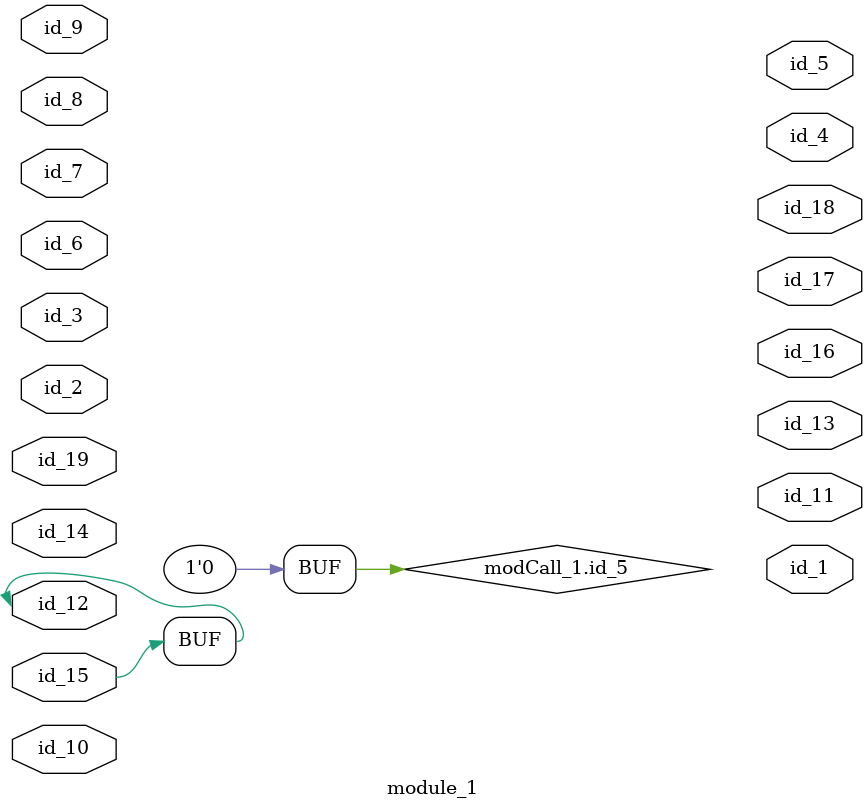
<source format=v>
module module_0 ();
  tri id_1, id_2, id_3, id_4, id_5, id_6, id_7 = 1'b0;
  assign id_3 = id_2;
endmodule
module module_1 (
    id_1,
    id_2,
    id_3,
    id_4,
    id_5,
    id_6,
    id_7,
    id_8,
    id_9,
    id_10,
    id_11,
    id_12,
    id_13,
    id_14,
    id_15,
    id_16,
    id_17,
    id_18,
    id_19
);
  inout wire id_19;
  output wire id_18;
  output wire id_17;
  output wire id_16;
  input wire id_15;
  inout wire id_14;
  output wire id_13;
  inout wire id_12;
  output wire id_11;
  inout wire id_10;
  input wire id_9;
  input wire id_8;
  input wire id_7;
  inout wire id_6;
  output wire id_5;
  output wire id_4;
  inout wire id_3;
  inout wire id_2;
  output wire id_1;
  assign id_12 = id_15;
  module_0 modCall_1 ();
  assign modCall_1.id_5 = 0;
endmodule

</source>
